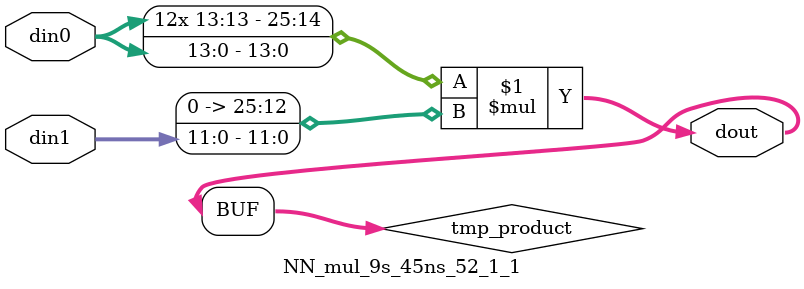
<source format=v>

`timescale 1 ns / 1 ps

 module NN_mul_9s_45ns_52_1_1(din0, din1, dout);
parameter ID = 1;
parameter NUM_STAGE = 0;
parameter din0_WIDTH = 14;
parameter din1_WIDTH = 12;
parameter dout_WIDTH = 26;

input [din0_WIDTH - 1 : 0] din0; 
input [din1_WIDTH - 1 : 0] din1; 
output [dout_WIDTH - 1 : 0] dout;

wire signed [dout_WIDTH - 1 : 0] tmp_product;


























assign tmp_product = $signed(din0) * $signed({1'b0, din1});









assign dout = tmp_product;





















endmodule

</source>
